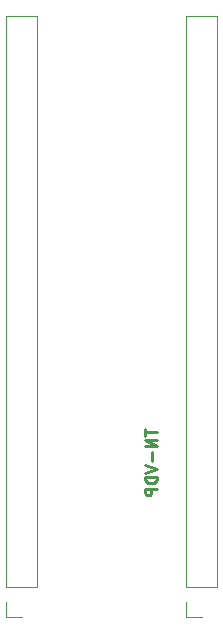
<source format=gbr>
%TF.GenerationSoftware,KiCad,Pcbnew,7.0.1*%
%TF.CreationDate,2023-06-01T10:46:18-07:00*%
%TF.ProjectId,tn_vdp_v2_socket,746e5f76-6470-45f7-9632-5f736f636b65,rev?*%
%TF.SameCoordinates,Original*%
%TF.FileFunction,Legend,Bot*%
%TF.FilePolarity,Positive*%
%FSLAX46Y46*%
G04 Gerber Fmt 4.6, Leading zero omitted, Abs format (unit mm)*
G04 Created by KiCad (PCBNEW 7.0.1) date 2023-06-01 10:46:18*
%MOMM*%
%LPD*%
G01*
G04 APERTURE LIST*
%ADD10C,0.250000*%
%ADD11C,0.120000*%
G04 APERTURE END LIST*
D10*
X172410419Y-83807657D02*
X172410419Y-84379085D01*
X173410419Y-84093371D02*
X172410419Y-84093371D01*
X173410419Y-84712419D02*
X172410419Y-84712419D01*
X172410419Y-84712419D02*
X173410419Y-85283847D01*
X173410419Y-85283847D02*
X172410419Y-85283847D01*
X173029466Y-85760038D02*
X173029466Y-86521943D01*
X172410419Y-86855276D02*
X173410419Y-87188609D01*
X173410419Y-87188609D02*
X172410419Y-87521942D01*
X173410419Y-87855276D02*
X172410419Y-87855276D01*
X172410419Y-87855276D02*
X172410419Y-88093371D01*
X172410419Y-88093371D02*
X172458038Y-88236228D01*
X172458038Y-88236228D02*
X172553276Y-88331466D01*
X172553276Y-88331466D02*
X172648514Y-88379085D01*
X172648514Y-88379085D02*
X172838990Y-88426704D01*
X172838990Y-88426704D02*
X172981847Y-88426704D01*
X172981847Y-88426704D02*
X173172323Y-88379085D01*
X173172323Y-88379085D02*
X173267561Y-88331466D01*
X173267561Y-88331466D02*
X173362800Y-88236228D01*
X173362800Y-88236228D02*
X173410419Y-88093371D01*
X173410419Y-88093371D02*
X173410419Y-87855276D01*
X173410419Y-88855276D02*
X172410419Y-88855276D01*
X172410419Y-88855276D02*
X172410419Y-89236228D01*
X172410419Y-89236228D02*
X172458038Y-89331466D01*
X172458038Y-89331466D02*
X172505657Y-89379085D01*
X172505657Y-89379085D02*
X172600895Y-89426704D01*
X172600895Y-89426704D02*
X172743752Y-89426704D01*
X172743752Y-89426704D02*
X172838990Y-89379085D01*
X172838990Y-89379085D02*
X172886609Y-89331466D01*
X172886609Y-89331466D02*
X172934228Y-89236228D01*
X172934228Y-89236228D02*
X172934228Y-88855276D01*
D11*
%TO.C,J2*%
X160645800Y-48830000D02*
X163305800Y-48830000D01*
X160645800Y-97150000D02*
X160645800Y-48830000D01*
X160645800Y-97150000D02*
X163305800Y-97150000D01*
X160645800Y-98420000D02*
X160645800Y-99750000D01*
X160645800Y-99750000D02*
X161975800Y-99750000D01*
X163305800Y-97150000D02*
X163305800Y-48830000D01*
%TO.C,J1*%
X175885800Y-48830000D02*
X178545800Y-48830000D01*
X175885800Y-97150000D02*
X175885800Y-48830000D01*
X175885800Y-97150000D02*
X178545800Y-97150000D01*
X175885800Y-98420000D02*
X175885800Y-99750000D01*
X175885800Y-99750000D02*
X177215800Y-99750000D01*
X178545800Y-97150000D02*
X178545800Y-48830000D01*
%TD*%
M02*

</source>
